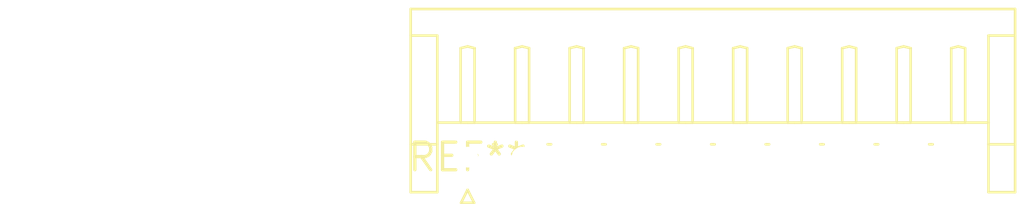
<source format=kicad_pcb>
(kicad_pcb (version 20240108) (generator pcbnew)
  (layers (0 "F.Cu" signal) (31 "B.Cu" signal) (34 "B.Paste" user) (35 "F.Paste" user) (36 "B.SilkS" user "B.Silkscreen") (37 "F.SilkS" user "F.Silkscreen") (38 "B.Mask" user) (39 "F.Mask" user) (44 "Edge.Cuts" user))
  (net 0 "")
  (footprint "JST_EH_S10B-EH_1x10_P2.50mm_Horizontal" (layer "F.Cu") (at 0 0)
    (property "Reference" "REF**")
    (property "Value" "JST_EH_S10B-EH_1x10_P2.50mm_Horizontal")
    (fp_line (start -2.61 -6.81) (end 25.11 -6.81) (layer "F.SilkS") (stroke (width 0.12)))
    (fp_line (start -2.61 -5.59) (end -1.39 -5.59) (layer "F.SilkS") (stroke (width 0.12)))
    (fp_line (start -2.61 1.61) (end -2.61 -6.81) (layer "F.SilkS") (stroke (width 0.12)))
    (fp_line (start -1.39 -5.59) (end -1.39 -0.59) (layer "F.SilkS") (stroke (width 0.12)))
    (fp_line (start -1.39 -1.59) (end 23.89 -1.59) (layer "F.SilkS") (stroke (width 0.12)))
    (fp_line (start -1.39 -0.59) (end -2.61 -0.59) (layer "F.SilkS") (stroke (width 0.12)))
    (fp_line (start -1.39 -0.59) (end -1.39 1.61) (layer "F.SilkS") (stroke (width 0.12)))
    (fp_line (start -1.39 1.61) (end -2.61 1.61) (layer "F.SilkS") (stroke (width 0.12)))
    (fp_line (start -0.32 -5.01) (end 0 -5.09) (layer "F.SilkS") (stroke (width 0.12)))
    (fp_line (start -0.32 -1.59) (end -0.32 -5.01) (layer "F.SilkS") (stroke (width 0.12)))
    (fp_line (start -0.3 2.1) (end 0.3 2.1) (layer "F.SilkS") (stroke (width 0.12)))
    (fp_line (start 0 -5.09) (end 0.32 -5.01) (layer "F.SilkS") (stroke (width 0.12)))
    (fp_line (start 0 -1.59) (end -0.32 -1.59) (layer "F.SilkS") (stroke (width 0.12)))
    (fp_line (start 0 1.5) (end -0.3 2.1) (layer "F.SilkS") (stroke (width 0.12)))
    (fp_line (start 0.3 2.1) (end 0 1.5) (layer "F.SilkS") (stroke (width 0.12)))
    (fp_line (start 0.32 -5.01) (end 0.32 -1.59) (layer "F.SilkS") (stroke (width 0.12)))
    (fp_line (start 0.32 -1.59) (end 0 -1.59) (layer "F.SilkS") (stroke (width 0.12)))
    (fp_line (start 1.17 -0.59) (end 1.33 -0.59) (layer "F.SilkS") (stroke (width 0.12)))
    (fp_line (start 2.18 -5.01) (end 2.5 -5.09) (layer "F.SilkS") (stroke (width 0.12)))
    (fp_line (start 2.18 -1.59) (end 2.18 -5.01) (layer "F.SilkS") (stroke (width 0.12)))
    (fp_line (start 2.5 -5.09) (end 2.82 -5.01) (layer "F.SilkS") (stroke (width 0.12)))
    (fp_line (start 2.5 -1.59) (end 2.18 -1.59) (layer "F.SilkS") (stroke (width 0.12)))
    (fp_line (start 2.82 -5.01) (end 2.82 -1.59) (layer "F.SilkS") (stroke (width 0.12)))
    (fp_line (start 2.82 -1.59) (end 2.5 -1.59) (layer "F.SilkS") (stroke (width 0.12)))
    (fp_line (start 3.67 -0.59) (end 3.83 -0.59) (layer "F.SilkS") (stroke (width 0.12)))
    (fp_line (start 4.68 -5.01) (end 5 -5.09) (layer "F.SilkS") (stroke (width 0.12)))
    (fp_line (start 4.68 -1.59) (end 4.68 -5.01) (layer "F.SilkS") (stroke (width 0.12)))
    (fp_line (start 5 -5.09) (end 5.32 -5.01) (layer "F.SilkS") (stroke (width 0.12)))
    (fp_line (start 5 -1.59) (end 4.68 -1.59) (layer "F.SilkS") (stroke (width 0.12)))
    (fp_line (start 5.32 -5.01) (end 5.32 -1.59) (layer "F.SilkS") (stroke (width 0.12)))
    (fp_line (start 5.32 -1.59) (end 5 -1.59) (layer "F.SilkS") (stroke (width 0.12)))
    (fp_line (start 6.17 -0.59) (end 6.33 -0.59) (layer "F.SilkS") (stroke (width 0.12)))
    (fp_line (start 7.18 -5.01) (end 7.5 -5.09) (layer "F.SilkS") (stroke (width 0.12)))
    (fp_line (start 7.18 -1.59) (end 7.18 -5.01) (layer "F.SilkS") (stroke (width 0.12)))
    (fp_line (start 7.5 -5.09) (end 7.82 -5.01) (layer "F.SilkS") (stroke (width 0.12)))
    (fp_line (start 7.5 -1.59) (end 7.18 -1.59) (layer "F.SilkS") (stroke (width 0.12)))
    (fp_line (start 7.82 -5.01) (end 7.82 -1.59) (layer "F.SilkS") (stroke (width 0.12)))
    (fp_line (start 7.82 -1.59) (end 7.5 -1.59) (layer "F.SilkS") (stroke (width 0.12)))
    (fp_line (start 8.67 -0.59) (end 8.83 -0.59) (layer "F.SilkS") (stroke (width 0.12)))
    (fp_line (start 9.68 -5.01) (end 10 -5.09) (layer "F.SilkS") (stroke (width 0.12)))
    (fp_line (start 9.68 -1.59) (end 9.68 -5.01) (layer "F.SilkS") (stroke (width 0.12)))
    (fp_line (start 10 -5.09) (end 10.32 -5.01) (layer "F.SilkS") (stroke (width 0.12)))
    (fp_line (start 10 -1.59) (end 9.68 -1.59) (layer "F.SilkS") (stroke (width 0.12)))
    (fp_line (start 10.32 -5.01) (end 10.32 -1.59) (layer "F.SilkS") (stroke (width 0.12)))
    (fp_line (start 10.32 -1.59) (end 10 -1.59) (layer "F.SilkS") (stroke (width 0.12)))
    (fp_line (start 11.17 -0.59) (end 11.33 -0.59) (layer "F.SilkS") (stroke (width 0.12)))
    (fp_line (start 12.18 -5.01) (end 12.5 -5.09) (layer "F.SilkS") (stroke (width 0.12)))
    (fp_line (start 12.18 -1.59) (end 12.18 -5.01) (layer "F.SilkS") (stroke (width 0.12)))
    (fp_line (start 12.5 -5.09) (end 12.82 -5.01) (layer "F.SilkS") (stroke (width 0.12)))
    (fp_line (start 12.5 -1.59) (end 12.18 -1.59) (layer "F.SilkS") (stroke (width 0.12)))
    (fp_line (start 12.82 -5.01) (end 12.82 -1.59) (layer "F.SilkS") (stroke (width 0.12)))
    (fp_line (start 12.82 -1.59) (end 12.5 -1.59) (layer "F.SilkS") (stroke (width 0.12)))
    (fp_line (start 13.67 -0.59) (end 13.83 -0.59) (layer "F.SilkS") (stroke (width 0.12)))
    (fp_line (start 14.68 -5.01) (end 15 -5.09) (layer "F.SilkS") (stroke (width 0.12)))
    (fp_line (start 14.68 -1.59) (end 14.68 -5.01) (layer "F.SilkS") (stroke (width 0.12)))
    (fp_line (start 15 -5.09) (end 15.32 -5.01) (layer "F.SilkS") (stroke (width 0.12)))
    (fp_line (start 15 -1.59) (end 14.68 -1.59) (layer "F.SilkS") (stroke (width 0.12)))
    (fp_line (start 15.32 -5.01) (end 15.32 -1.59) (layer "F.SilkS") (stroke (width 0.12)))
    (fp_line (start 15.32 -1.59) (end 15 -1.59) (layer "F.SilkS") (stroke (width 0.12)))
    (fp_line (start 16.17 -0.59) (end 16.33 -0.59) (layer "F.SilkS") (stroke (width 0.12)))
    (fp_line (start 17.18 -5.01) (end 17.5 -5.09) (layer "F.SilkS") (stroke (width 0.12)))
    (fp_line (start 17.18 -1.59) (end 17.18 -5.01) (layer "F.SilkS") (stroke (width 0.12)))
    (fp_line (start 17.5 -5.09) (end 17.82 -5.01) (layer "F.SilkS") (stroke (width 0.12)))
    (fp_line (start 17.5 -1.59) (end 17.18 -1.59) (layer "F.SilkS") (stroke (width 0.12)))
    (fp_line (start 17.82 -5.01) (end 17.82 -1.59) (layer "F.SilkS") (stroke (width 0.12)))
    (fp_line (start 17.82 -1.59) (end 17.5 -1.59) (layer "F.SilkS") (stroke (width 0.12)))
    (fp_line (start 18.67 -0.59) (end 18.83 -0.59) (layer "F.SilkS") (stroke (width 0.12)))
    (fp_line (start 19.68 -5.01) (end 20 -5.09) (layer "F.SilkS") (stroke (width 0.12)))
    (fp_line (start 19.68 -1.59) (end 19.68 -5.01) (layer "F.SilkS") (stroke (width 0.12)))
    (fp_line (start 20 -5.09) (end 20.32 -5.01) (layer "F.SilkS") (stroke (width 0.12)))
    (fp_line (start 20 -1.59) (end 19.68 -1.59) (layer "F.SilkS") (stroke (width 0.12)))
    (fp_line (start 20.32 -5.01) (end 20.32 -1.59) (layer "F.SilkS") (stroke (width 0.12)))
    (fp_line (start 20.32 -1.59) (end 20 -1.59) (layer "F.SilkS") (stroke (width 0.12)))
    (fp_line (start 21.17 -0.59) (end 21.33 -0.59) (layer "F.SilkS") (stroke (width 0.12)))
    (fp_line (start 22.18 -5.01) (end 22.5 -5.09) (layer "F.SilkS") (stroke (width 0.12)))
    (fp_line (start 22.18 -1.59) (end 22.18 -5.01) (layer "F.SilkS") (stroke (width 0.12)))
    (fp_line (start 22.5 -5.09) (end 22.82 -5.01) (layer "F.SilkS") (stroke (width 0.12)))
    (fp_line (start 22.5 -1.59) (end 22.18 -1.59) (layer "F.SilkS") (stroke (width 0.12)))
    (fp_line (start 22.82 -5.01) (end 22.82 -1.59) (layer "F.SilkS") (stroke (width 0.12)))
    (fp_line (start 22.82 -1.59) (end 22.5 -1.59) (layer "F.SilkS") (stroke (width 0.12)))
    (fp_line (start 23.89 -5.59) (end 23.89 -0.59) (layer "F.SilkS") (stroke (width 0.12)))
    (fp_line (start 23.89 -0.59) (end 25.11 -0.59) (layer "F.SilkS") (stroke (width 0.12)))
    (fp_line (start 23.89 1.61) (end 23.89 -0.59) (layer "F.SilkS") (stroke (width 0.12)))
    (fp_line (start 25.11 -6.81) (end 25.11 1.61) (layer "F.SilkS") (stroke (width 0.12)))
    (fp_line (start 25.11 -5.59) (end 23.89 -5.59) (layer "F.SilkS") (stroke (width 0.12)))
    (fp_line (start 25.11 1.61) (end 23.89 1.61) (layer "F.SilkS") (stroke (width 0.12)))
    (pad "1" thru_hole roundrect (at 0 0) (size 1.7 1.95) (drill 0.95) (layers *.Cu *.Mask) (remove_unused_layers) (roundrect_rratio 0.147059))
    (pad "2" thru_hole oval (at 2.5 0) (size 1.7 1.95) (drill 0.95) (layers *.Cu *.Mask) (remove_unused_layers))
    (pad "3" thru_hole oval (at 5 0) (size 1.7 1.95) (drill 0.95) (layers *.Cu *.Mask) (remove_unused_layers))
    (pad "4" thru_hole oval (at 7.5 0) (size 1.7 1.95) (drill 0.95) (layers *.Cu *.Mask) (remove_unused_layers))
    (pad "5" thru_hole oval (at 10 0) (size 1.7 1.95) (drill 0.95) (layers *.Cu *.Mask) (remove_unused_layers))
    (pad "6" thru_hole oval (at 12.5 0) (size 1.7 1.95) (drill 0.95) (layers *.Cu *.Mask) (remove_unused_layers))
    (pad "7" thru_hole oval (at 15 0) (size 1.7 1.95) (drill 0.95) (layers *.Cu *.Mask) (remove_unused_layers))
    (pad "8" thru_hole oval (at 17.5 0) (size 1.7 1.95) (drill 0.95) (layers *.Cu *.Mask) (remove_unused_layers))
    (pad "9" thru_hole oval (at 20 0) (size 1.7 1.95) (drill 0.95) (layers *.Cu *.Mask) (remove_unused_layers))
    (pad "10" thru_hole oval (at 22.5 0) (size 1.7 1.95) (drill 0.95) (layers *.Cu *.Mask) (remove_unused_layers))
  )
)
</source>
